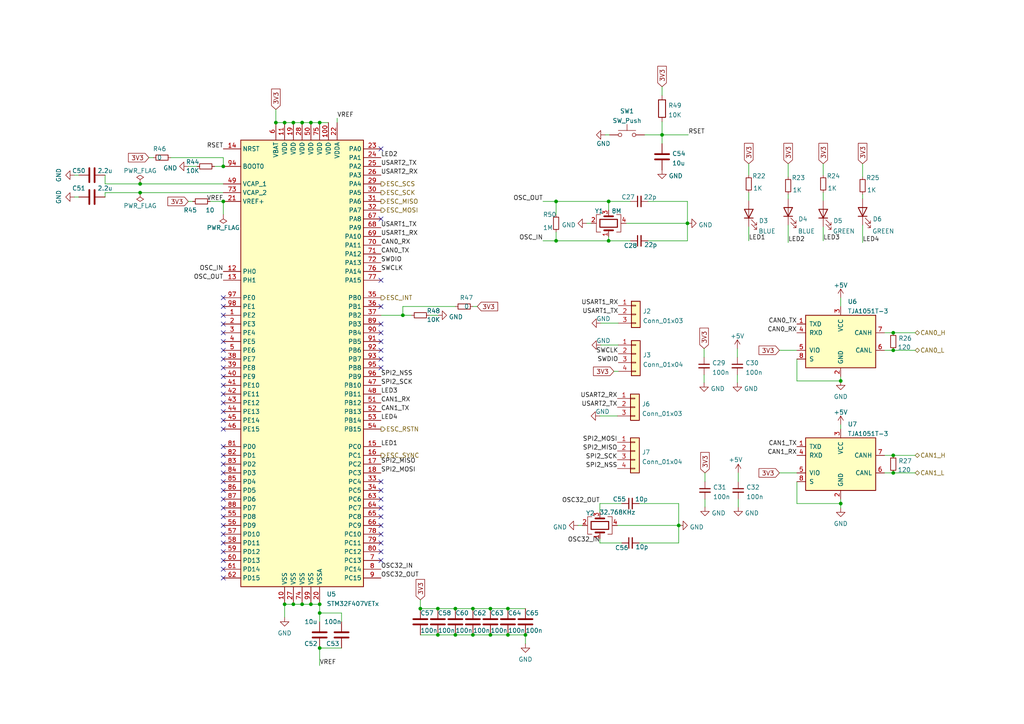
<source format=kicad_sch>
(kicad_sch (version 20230121) (generator eeschema)
  (paper "A4")
  (lib_symbols
    (symbol "Connector_Generic:Conn_01x03" (pin_names (offset 1.016) hide)
      (property "Reference" "J" (at 0 5.08 0))
      (property "Value" "Conn_01x03" (at 0 -5.08 0))
      (symbol "Conn_01x03_1_1"
        (rectangle (start -1.27 -2.413) (end 0 -2.667) (stroke (width 0.1524)))
        (rectangle (start -1.27 0.127) (end 0 -0.127) (stroke (width 0.1524)))
        (rectangle (start -1.27 2.667) (end 0 2.413) (stroke (width 0.1524)))
        (rectangle (start -1.27 3.81) (end 1.27 -3.81) (stroke (width 0.254)) (fill (type background)))
        (pin passive line (at -5.08 2.54 0) (length 3.81) (name "Pin_1") (number "1"))
        (pin passive line (at -5.08 0 0) (length 3.81) (name "Pin_2") (number "2"))
        (pin passive line (at -5.08 -2.54 0) (length 3.81) (name "Pin_3") (number "3"))
      )
    )
    (symbol "Connector_Generic:Conn_01x04" (pin_names (offset 1.016) hide)
      (property "Reference" "J" (at 0 5.08 0))
      (property "Value" "Conn_01x04" (at 0 -7.62 0))
      (symbol "Conn_01x04_1_1"
        (rectangle (start -1.27 -4.953) (end 0 -5.207) (stroke (width 0.1524)))
        (rectangle (start -1.27 -2.413) (end 0 -2.667) (stroke (width 0.1524)))
        (rectangle (start -1.27 0.127) (end 0 -0.127) (stroke (width 0.1524)))
        (rectangle (start -1.27 2.667) (end 0 2.413) (stroke (width 0.1524)))
        (rectangle (start -1.27 3.81) (end 1.27 -6.35) (stroke (width 0.254)) (fill (type background)))
        (pin passive line (at -5.08 2.54 0) (length 3.81) (name "Pin_1") (number "1"))
        (pin passive line (at -5.08 0 0) (length 3.81) (name "Pin_2") (number "2"))
        (pin passive line (at -5.08 -2.54 0) (length 3.81) (name "Pin_3") (number "3"))
        (pin passive line (at -5.08 -5.08 0) (length 3.81) (name "Pin_4") (number "4"))
      )
    )
    (symbol "Device:C" (pin_numbers hide) (pin_names (offset 0.254))
      (property "Reference" "C" (at 0.635 2.54 0))
      (property "Value" "C" (at 0.635 -2.54 0))
      (symbol "C_0_1"
        (polyline (pts (xy -2.032 -0.762) (xy 2.032 -0.762)) (stroke (width 0.508)))
        (polyline (pts (xy -2.032 0.762) (xy 2.032 0.762)) (stroke (width 0.508)))
      )
      (symbol "C_1_1"
        (pin passive line (at 0 3.81 270) (length 2.794) (name "~") (number "1"))
        (pin passive line (at 0 -3.81 90) (length 2.794) (name "~") (number "2"))
      )
    )
    (symbol "Device:C_Small" (pin_numbers hide) (pin_names (offset 0.254) hide)
      (property "Reference" "C" (at 0.254 1.778 0))
      (property "Value" "C_Small" (at 0.254 -2.032 0))
      (symbol "C_Small_0_1"
        (polyline (pts (xy -1.524 -0.508) (xy 1.524 -0.508)) (stroke (width 0.3302)))
        (polyline (pts (xy -1.524 0.508) (xy 1.524 0.508)) (stroke (width 0.3048)))
      )
      (symbol "C_Small_1_1"
        (pin passive line (at 0 2.54 270) (length 2.032) (name "~") (number "1"))
        (pin passive line (at 0 -2.54 90) (length 2.032) (name "~") (number "2"))
      )
    )
    (symbol "Device:Crystal_GND24" (pin_names (offset 1.016) hide)
      (property "Reference" "Y" (at 3.175 5.08 0))
      (property "Value" "Crystal_GND24" (at 3.175 3.175 0))
      (symbol "Crystal_GND24_0_1"
        (rectangle (start -1.143 2.54) (end 1.143 -2.54) (stroke (width 0.3048)))
        (polyline (pts (xy -2.54 0) (xy -2.032 0)))
        (polyline (pts (xy -2.032 -1.27) (xy -2.032 1.27)) (stroke (width 0.508)))
        (polyline (pts (xy 0 -3.81) (xy 0 -3.556)))
        (polyline (pts (xy 0 3.556) (xy 0 3.81)))
        (polyline (pts (xy 2.032 -1.27) (xy 2.032 1.27)) (stroke (width 0.508)))
        (polyline (pts (xy 2.032 0) (xy 2.54 0)))
        (polyline (pts (xy -2.54 -2.286) (xy -2.54 -3.556) (xy 2.54 -3.556) (xy 2.54 -2.286)))
        (polyline (pts (xy -2.54 2.286) (xy -2.54 3.556) (xy 2.54 3.556) (xy 2.54 2.286)))
      )
      (symbol "Crystal_GND24_1_1"
        (pin passive line (at -3.81 0 0) (length 1.27) (name "1") (number "1"))
        (pin passive line (at 0 5.08 270) (length 1.27) (name "2") (number "2"))
        (pin passive line (at 3.81 0 180) (length 1.27) (name "3") (number "3"))
        (pin passive line (at 0 -5.08 90) (length 1.27) (name "4") (number "4"))
      )
    )
    (symbol "Device:LED" (pin_numbers hide) (pin_names (offset 1.016) hide)
      (property "Reference" "D" (at 0 2.54 0))
      (property "Value" "LED" (at 0 -2.54 0))
      (symbol "LED_0_1"
        (polyline (pts (xy -1.27 -1.27) (xy -1.27 1.27)) (stroke (width 0.254)))
        (polyline (pts (xy -1.27 0) (xy 1.27 0)))
        (polyline (pts (xy 1.27 -1.27) (xy 1.27 1.27) (xy -1.27 0) (xy 1.27 -1.27)) (stroke (width 0.254)))
        (polyline (pts (xy -3.048 -0.762) (xy -4.572 -2.286) (xy -3.81 -2.286) (xy -4.572 -2.286) (xy -4.572 -1.524)))
        (polyline (pts (xy -1.778 -0.762) (xy -3.302 -2.286) (xy -2.54 -2.286) (xy -3.302 -2.286) (xy -3.302 -1.524)))
      )
      (symbol "LED_1_1"
        (pin passive line (at -3.81 0 0) (length 2.54) (name "K") (number "1"))
        (pin passive line (at 3.81 0 180) (length 2.54) (name "A") (number "2"))
      )
    )
    (symbol "Device:R" (pin_numbers hide) (pin_names (offset 0))
      (property "Reference" "R" (at 2.032 0 90))
      (property "Value" "R" (at 0 0 90))
      (symbol "R_0_1"
        (rectangle (start -1.016 -2.54) (end 1.016 2.54) (stroke (width 0.254)))
      )
      (symbol "R_1_1"
        (pin passive line (at 0 3.81 270) (length 1.27) (name "~") (number "1"))
        (pin passive line (at 0 -3.81 90) (length 1.27) (name "~") (number "2"))
      )
    )
    (symbol "Device:R_Small" (pin_numbers hide) (pin_names (offset 0.254) hide)
      (property "Reference" "R" (at 0.762 0.508 0))
      (property "Value" "R_Small" (at 0.762 -1.016 0))
      (symbol "R_Small_0_1"
        (rectangle (start -0.762 1.778) (end 0.762 -1.778) (stroke (width 0.2032)))
      )
      (symbol "R_Small_1_1"
        (pin passive line (at 0 2.54 270) (length 0.762) (name "~") (number "1"))
        (pin passive line (at 0 -2.54 90) (length 0.762) (name "~") (number "2"))
      )
    )
    (symbol "Interface_CAN_LIN:TJA1051T-3" (pin_names (offset 1.016))
      (property "Reference" "U" (at -10.16 8.89 0))
      (property "Value" "TJA1051T-3" (at 1.27 8.89 0))
      (symbol "TJA1051T-3_0_1"
        (rectangle (start -10.16 7.62) (end 10.16 -7.62) (stroke (width 0.254)) (fill (type background)))
      )
      (symbol "TJA1051T-3_1_1"
        (pin input line (at -12.7 5.08 0) (length 2.54) (name "TXD") (number "1"))
        (pin power_in line (at 0 -10.16 90) (length 2.54) (name "GND") (number "2"))
        (pin power_in line (at 0 10.16 270) (length 2.54) (name "VCC") (number "3"))
        (pin output line (at -12.7 2.54 0) (length 2.54) (name "RXD") (number "4"))
        (pin power_in line (at -12.7 -2.54 0) (length 2.54) (name "VIO") (number "5"))
        (pin bidirectional line (at 12.7 -2.54 180) (length 2.54) (name "CANL") (number "6"))
        (pin bidirectional line (at 12.7 2.54 180) (length 2.54) (name "CANH") (number "7"))
        (pin input line (at -12.7 -5.08 0) (length 2.54) (name "S") (number "8"))
      )
    )
    (symbol "MCU_ST_STM32F4:STM32F407VETx"
      (property "Reference" "U" (at -17.78 64.77 0))
      (property "Value" "STM32F407VETx" (at 12.7 64.77 0))
      (symbol "STM32F407VETx_0_1"
        (rectangle (start -17.78 -66.04) (end 17.78 63.5) (stroke (width 0.254)) (fill (type background)))
      )
      (symbol "STM32F407VETx_1_1"
        (pin bidirectional line (at -22.86 12.7 0) (length 5.08) (name "PE2") (number "1"))
        (pin power_in line (at -5.08 -71.12 90) (length 5.08) (name "VSS") (number "10"))
        (pin power_in line (at 7.62 68.58 270) (length 5.08) (name "VDD") (number "100"))
        (pin power_in line (at -5.08 68.58 270) (length 5.08) (name "VDD") (number "11"))
        (pin input line (at -22.86 25.4 0) (length 5.08) (name "PH0") (number "12"))
        (pin input line (at -22.86 22.86 0) (length 5.08) (name "PH1") (number "13"))
        (pin input line (at -22.86 60.96 0) (length 5.08) (name "NRST") (number "14"))
        (pin bidirectional line (at 22.86 -25.4 180) (length 5.08) (name "PC0") (number "15"))
        (pin bidirectional line (at 22.86 -27.94 180) (length 5.08) (name "PC1") (number "16"))
        (pin bidirectional line (at 22.86 -30.48 180) (length 5.08) (name "PC2") (number "17"))
        (pin bidirectional line (at 22.86 -33.02 180) (length 5.08) (name "PC3") (number "18"))
        (pin power_in line (at -2.54 68.58 270) (length 5.08) (name "VDD") (number "19"))
        (pin bidirectional line (at -22.86 10.16 0) (length 5.08) (name "PE3") (number "2"))
        (pin power_in line (at 5.08 -71.12 90) (length 5.08) (name "VSSA") (number "20"))
        (pin power_in line (at -22.86 45.72 0) (length 5.08) (name "VREF+") (number "21"))
        (pin power_in line (at 10.16 68.58 270) (length 5.08) (name "VDDA") (number "22"))
        (pin bidirectional line (at 22.86 60.96 180) (length 5.08) (name "PA0") (number "23"))
        (pin bidirectional line (at 22.86 58.42 180) (length 5.08) (name "PA1") (number "24"))
        (pin bidirectional line (at 22.86 55.88 180) (length 5.08) (name "PA2") (number "25"))
        (pin bidirectional line (at 22.86 53.34 180) (length 5.08) (name "PA3") (number "26"))
        (pin power_in line (at -2.54 -71.12 90) (length 5.08) (name "VSS") (number "27"))
        (pin power_in line (at 0 68.58 270) (length 5.08) (name "VDD") (number "28"))
        (pin bidirectional line (at 22.86 50.8 180) (length 5.08) (name "PA4") (number "29"))
        (pin bidirectional line (at -22.86 7.62 0) (length 5.08) (name "PE4") (number "3"))
        (pin bidirectional line (at 22.86 48.26 180) (length 5.08) (name "PA5") (number "30"))
        (pin bidirectional line (at 22.86 45.72 180) (length 5.08) (name "PA6") (number "31"))
        (pin bidirectional line (at 22.86 43.18 180) (length 5.08) (name "PA7") (number "32"))
        (pin bidirectional line (at 22.86 -35.56 180) (length 5.08) (name "PC4") (number "33"))
        (pin bidirectional line (at 22.86 -38.1 180) (length 5.08) (name "PC5") (number "34"))
        (pin bidirectional line (at 22.86 17.78 180) (length 5.08) (name "PB0") (number "35"))
        (pin bidirectional line (at 22.86 15.24 180) (length 5.08) (name "PB1") (number "36"))
        (pin bidirectional line (at 22.86 12.7 180) (length 5.08) (name "PB2") (number "37"))
        (pin bidirectional line (at -22.86 0 0) (length 5.08) (name "PE7") (number "38"))
        (pin bidirectional line (at -22.86 -2.54 0) (length 5.08) (name "PE8") (number "39"))
        (pin bidirectional line (at -22.86 5.08 0) (length 5.08) (name "PE5") (number "4"))
        (pin bidirectional line (at -22.86 -5.08 0) (length 5.08) (name "PE9") (number "40"))
        (pin bidirectional line (at -22.86 -7.62 0) (length 5.08) (name "PE10") (number "41"))
        (pin bidirectional line (at -22.86 -10.16 0) (length 5.08) (name "PE11") (number "42"))
        (pin bidirectional line (at -22.86 -12.7 0) (length 5.08) (name "PE12") (number "43"))
        (pin bidirectional line (at -22.86 -15.24 0) (length 5.08) (name "PE13") (number "44"))
        (pin bidirectional line (at -22.86 -17.78 0) (length 5.08) (name "PE14") (number "45"))
        (pin bidirectional line (at -22.86 -20.32 0) (length 5.08) (name "PE15") (number "46"))
        (pin bidirectional line (at 22.86 -7.62 180) (length 5.08) (name "PB10") (number "47"))
        (pin bidirectional line (at 22.86 -10.16 180) (length 5.08) (name "PB11") (number "48"))
        (pin power_in line (at -22.86 50.8 0) (length 5.08) (name "VCAP_1") (number "49"))
        (pin bidirectional line (at -22.86 2.54 0) (length 5.08) (name "PE6") (number "5"))
        (pin power_in line (at 2.54 68.58 270) (length 5.08) (name "VDD") (number "50"))
        (pin bidirectional line (at 22.86 -12.7 180) (length 5.08) (name "PB12") (number "51"))
        (pin bidirectional line (at 22.86 -15.24 180) (length 5.08) (name "PB13") (number "52"))
        (pin bidirectional line (at 22.86 -17.78 180) (length 5.08) (name "PB14") (number "53"))
        (pin bidirectional line (at 22.86 -20.32 180) (length 5.08) (name "PB15") (number "54"))
        (pin bidirectional line (at -22.86 -45.72 0) (length 5.08) (name "PD8") (number "55"))
        (pin bidirectional line (at -22.86 -48.26 0) (length 5.08) (name "PD9") (number "56"))
        (pin bidirectional line (at -22.86 -50.8 0) (length 5.08) (name "PD10") (number "57"))
        (pin bidirectional line (at -22.86 -53.34 0) (length 5.08) (name "PD11") (number "58"))
        (pin bidirectional line (at -22.86 -55.88 0) (length 5.08) (name "PD12") (number "59"))
        (pin power_in line (at -7.62 68.58 270) (length 5.08) (name "VBAT") (number "6"))
        (pin bidirectional line (at -22.86 -58.42 0) (length 5.08) (name "PD13") (number "60"))
        (pin bidirectional line (at -22.86 -60.96 0) (length 5.08) (name "PD14") (number "61"))
        (pin bidirectional line (at -22.86 -63.5 0) (length 5.08) (name "PD15") (number "62"))
        (pin bidirectional line (at 22.86 -40.64 180) (length 5.08) (name "PC6") (number "63"))
        (pin bidirectional line (at 22.86 -43.18 180) (length 5.08) (name "PC7") (number "64"))
        (pin bidirectional line (at 22.86 -45.72 180) (length 5.08) (name "PC8") (number "65"))
        (pin bidirectional line (at 22.86 -48.26 180) (length 5.08) (name "PC9") (number "66"))
        (pin bidirectional line (at 22.86 40.64 180) (length 5.08) (name "PA8") (number "67"))
        (pin bidirectional line (at 22.86 38.1 180) (length 5.08) (name "PA9") (number "68"))
        (pin bidirectional line (at 22.86 35.56 180) (length 5.08) (name "PA10") (number "69"))
        (pin bidirectional line (at 22.86 -58.42 180) (length 5.08) (name "PC13") (number "7"))
        (pin bidirectional line (at 22.86 33.02 180) (length 5.08) (name "PA11") (number "70"))
        (pin bidirectional line (at 22.86 30.48 180) (length 5.08) (name "PA12") (number "71"))
        (pin bidirectional line (at 22.86 27.94 180) (length 5.08) (name "PA13") (number "72"))
        (pin power_in line (at -22.86 48.26 0) (length 5.08) (name "VCAP_2") (number "73"))
        (pin power_in line (at 0 -71.12 90) (length 5.08) (name "VSS") (number "74"))
        (pin power_in line (at 5.08 68.58 270) (length 5.08) (name "VDD") (number "75"))
        (pin bidirectional line (at 22.86 25.4 180) (length 5.08) (name "PA14") (number "76"))
        (pin bidirectional line (at 22.86 22.86 180) (length 5.08) (name "PA15") (number "77"))
        (pin bidirectional line (at 22.86 -50.8 180) (length 5.08) (name "PC10") (number "78"))
        (pin bidirectional line (at 22.86 -53.34 180) (length 5.08) (name "PC11") (number "79"))
        (pin bidirectional line (at 22.86 -60.96 180) (length 5.08) (name "PC14") (number "8"))
        (pin bidirectional line (at 22.86 -55.88 180) (length 5.08) (name "PC12") (number "80"))
        (pin bidirectional line (at -22.86 -25.4 0) (length 5.08) (name "PD0") (number "81"))
        (pin bidirectional line (at -22.86 -27.94 0) (length 5.08) (name "PD1") (number "82"))
        (pin bidirectional line (at -22.86 -30.48 0) (length 5.08) (name "PD2") (number "83"))
        (pin bidirectional line (at -22.86 -33.02 0) (length 5.08) (name "PD3") (number "84"))
        (pin bidirectional line (at -22.86 -35.56 0) (length 5.08) (name "PD4") (number "85"))
        (pin bidirectional line (at -22.86 -38.1 0) (length 5.08) (name "PD5") (number "86"))
        (pin bidirectional line (at -22.86 -40.64 0) (length 5.08) (name "PD6") (number "87"))
        (pin bidirectional line (at -22.86 -43.18 0) (length 5.08) (name "PD7") (number "88"))
        (pin bidirectional line (at 22.86 10.16 180) (length 5.08) (name "PB3") (number "89"))
        (pin bidirectional line (at 22.86 -63.5 180) (length 5.08) (name "PC15") (number "9"))
        (pin bidirectional line (at 22.86 7.62 180) (length 5.08) (name "PB4") (number "90"))
        (pin bidirectional line (at 22.86 5.08 180) (length 5.08) (name "PB5") (number "91"))
        (pin bidirectional line (at 22.86 2.54 180) (length 5.08) (name "PB6") (number "92"))
        (pin bidirectional line (at 22.86 0 180) (length 5.08) (name "PB7") (number "93"))
        (pin input line (at -22.86 55.88 0) (length 5.08) (name "BOOT0") (number "94"))
        (pin bidirectional line (at 22.86 -2.54 180) (length 5.08) (name "PB8") (number "95"))
        (pin bidirectional line (at 22.86 -5.08 180) (length 5.08) (name "PB9") (number "96"))
        (pin bidirectional line (at -22.86 17.78 0) (length 5.08) (name "PE0") (number "97"))
        (pin bidirectional line (at -22.86 15.24 0) (length 5.08) (name "PE1") (number "98"))
        (pin power_in line (at 2.54 -71.12 90) (length 5.08) (name "VSS") (number "99"))
      )
    )
    (symbol "Switch:SW_Push" (pin_numbers hide) (pin_names (offset 1.016) hide)
      (property "Reference" "SW" (at 1.27 2.54 0))
      (property "Value" "SW_Push" (at 0 -1.524 0))
      (symbol "SW_Push_0_1"
        (circle (center -2.032 0) (radius 0.508))
        (polyline (pts (xy 0 1.27) (xy 0 3.048)))
        (polyline (pts (xy 2.54 1.27) (xy -2.54 1.27)))
        (circle (center 2.032 0) (radius 0.508))
        (pin passive line (at -5.08 0 0) (length 2.54) (name "1") (number "1"))
        (pin passive line (at 5.08 0 180) (length 2.54) (name "2") (number "2"))
      )
    )
    (symbol "power:+5V" (power) (pin_names (offset 0))
      (property "Value" "+5V" (at 0 3.556 0))
      (symbol "+5V_0_1"
        (polyline (pts (xy -0.762 1.27) (xy 0 2.54)))
        (polyline (pts (xy 0 0) (xy 0 2.54)))
        (polyline (pts (xy 0 2.54) (xy 0.762 1.27)))
      )
      (symbol "+5V_1_1"
        (pin power_in line (at 0 0 90) (length 0) hide (name "+5V") (number "1"))
      )
    )
    (symbol "power:GND" (power) (pin_names (offset 0))
      (property "Value" "GND" (at 0 -3.81 0))
      (symbol "GND_0_1"
        (polyline (pts (xy 0 0) (xy 0 -1.27) (xy 1.27 -1.27) (xy 0 -2.54) (xy -1.27 -1.27) (xy 0 -1.27)))
      )
      (symbol "GND_1_1"
        (pin power_in line (at 0 0 270) (length 0) hide (name "GND") (number "1"))
      )
    )
    (symbol "power:PWR_FLAG" (power) (pin_numbers hide) (pin_names (offset 0) hide)
      (property "Value" "PWR_FLAG" (at 0 3.81 0))
      (symbol "PWR_FLAG_0_0"
        (pin power_out line (at 0 0 90) (length 0) (name "pwr") (number "1"))
      )
      (symbol "PWR_FLAG_0_1"
        (polyline (pts (xy 0 0) (xy 0 1.27) (xy -1.016 1.905) (xy 0 2.54) (xy 1.016 1.905) (xy 0 1.27)))
      )
    )
  )
  (junction (at 64.77 58.42))
  (junction (at 259.08 137.16))
  (junction (at 196.85 152.4))
  (junction (at 176.53 69.85))
  (junction (at 137.16 184.15))
  (junction (at 40.64 53.34))
  (junction (at 90.17 175.26))
  (junction (at 116.84 91.44))
  (junction (at 87.63 175.26))
  (junction (at 80.01 35.56))
  (junction (at 132.08 176.53))
  (junction (at 90.17 35.56))
  (junction (at 92.71 187.96))
  (junction (at 161.29 69.85))
  (junction (at 127 184.15))
  (junction (at 40.64 55.88))
  (junction (at 137.16 176.53))
  (junction (at 92.71 177.8))
  (junction (at 92.71 35.56))
  (junction (at 82.55 35.56))
  (junction (at 161.29 58.42))
  (junction (at 64.77 48.26))
  (junction (at 243.84 110.49))
  (junction (at 243.84 146.05))
  (junction (at 85.09 175.26))
  (junction (at 259.08 132.08))
  (junction (at 199.39 64.77))
  (junction (at 121.92 176.53))
  (junction (at 192.024 39.116))
  (junction (at 92.71 175.26))
  (junction (at 259.08 101.6))
  (junction (at 142.24 176.53))
  (junction (at 259.08 96.52))
  (junction (at 85.09 35.56))
  (junction (at 127 176.53))
  (junction (at 82.55 175.26))
  (junction (at 147.32 176.53))
  (junction (at 176.53 58.42))
  (junction (at 152.4 184.15))
  (junction (at 147.32 184.15))
  (junction (at 142.24 184.15))
  (junction (at 132.08 184.15))
  (junction (at 87.63 35.56))
  (no_connect (at 110.49 88.9))
  (no_connect (at 110.49 81.28))
  (no_connect (at 110.49 43.18))
  (no_connect (at 64.77 139.7))
  (no_connect (at 64.77 137.16))
  (no_connect (at 64.77 134.62))
  (no_connect (at 64.77 132.08))
  (no_connect (at 64.77 129.54))
  (no_connect (at 64.77 124.46))
  (no_connect (at 64.77 121.92))
  (no_connect (at 64.77 119.38))
  (no_connect (at 64.77 116.84))
  (no_connect (at 64.77 114.3))
  (no_connect (at 64.77 111.76))
  (no_connect (at 64.77 109.22))
  (no_connect (at 64.77 106.68))
  (no_connect (at 64.77 104.14))
  (no_connect (at 64.77 101.6))
  (no_connect (at 64.77 86.36))
  (no_connect (at 64.77 99.06))
  (no_connect (at 64.77 96.52))
  (no_connect (at 64.77 93.98))
  (no_connect (at 64.77 91.44))
  (no_connect (at 64.77 88.9))
  (no_connect (at 110.49 147.32))
  (no_connect (at 110.49 149.86))
  (no_connect (at 110.49 152.4))
  (no_connect (at 110.49 154.94))
  (no_connect (at 110.49 157.48))
  (no_connect (at 110.49 160.02))
  (no_connect (at 110.49 162.56))
  (no_connect (at 64.77 154.94))
  (no_connect (at 64.77 152.4))
  (no_connect (at 64.77 149.86))
  (no_connect (at 64.77 147.32))
  (no_connect (at 64.77 144.78))
  (no_connect (at 64.77 142.24))
  (no_connect (at 110.49 139.7))
  (no_connect (at 110.49 142.24))
  (no_connect (at 110.49 144.78))
  (no_connect (at 110.49 101.6))
  (no_connect (at 110.49 104.14))
  (no_connect (at 110.49 106.68))
  (no_connect (at 110.49 93.98))
  (no_connect (at 110.49 96.52))
  (no_connect (at 110.49 99.06))
  (no_connect (at 64.77 167.64))
  (no_connect (at 64.77 165.1))
  (no_connect (at 64.77 162.56))
  (no_connect (at 64.77 160.02))
  (no_connect (at 64.77 157.48))
  (no_connect (at 110.49 63.5))
  (wire (pts (xy 192.024 39.116) (xy 199.644 39.116)))
  (wire (pts (xy 119.38 91.44) (xy 116.84 91.44)))
  (wire (pts (xy 127 184.15) (xy 132.08 184.15)))
  (wire (pts (xy 54.61 58.42) (xy 55.88 58.42)))
  (wire (pts (xy 80.01 35.56) (xy 82.55 35.56)))
  (wire (pts (xy 92.71 35.56) (xy 95.25 35.56)))
  (wire (pts (xy 228.6 56.388) (xy 228.6 57.658)))
  (wire (pts (xy 173.99 146.05) (xy 180.34 146.05)))
  (wire (pts (xy 231.14 110.49) (xy 243.84 110.49)))
  (wire (pts (xy 204.216 101.092) (xy 204.216 103.632)))
  (wire (pts (xy 217.17 47.498) (xy 217.17 50.8)))
  (wire (pts (xy 231.14 104.14) (xy 231.14 110.49)))
  (wire (pts (xy 64.77 45.72) (xy 64.77 48.26)))
  (wire (pts (xy 60.96 58.42) (xy 64.77 58.42)))
  (wire (pts (xy 259.08 96.52) (xy 265.43 96.52)))
  (wire (pts (xy 21.59 57.15) (xy 22.86 57.15)))
  (wire (pts (xy 92.71 175.26) (xy 92.71 177.8)))
  (wire (pts (xy 167.64 152.4) (xy 168.91 152.4)))
  (wire (pts (xy 161.29 69.85) (xy 176.53 69.85)))
  (wire (pts (xy 204.47 144.78) (xy 204.47 147.066)))
  (wire (pts (xy 161.29 58.42) (xy 161.29 62.23)))
  (wire (pts (xy 256.54 137.16) (xy 259.08 137.16)))
  (wire (pts (xy 185.42 157.48) (xy 196.85 157.48)))
  (wire (pts (xy 243.84 86.36) (xy 243.84 88.9)))
  (wire (pts (xy 92.71 177.8) (xy 92.71 180.34)))
  (wire (pts (xy 256.54 101.6) (xy 259.08 101.6)))
  (wire (pts (xy 179.07 152.4) (xy 196.85 152.4)))
  (wire (pts (xy 161.29 58.42) (xy 176.53 58.42)))
  (wire (pts (xy 256.54 132.08) (xy 259.08 132.08)))
  (wire (pts (xy 157.48 69.85) (xy 161.29 69.85)))
  (wire (pts (xy 259.08 137.16) (xy 265.43 137.16)))
  (wire (pts (xy 176.53 60.96) (xy 176.53 58.42)))
  (wire (pts (xy 127 91.44) (xy 124.46 91.44)))
  (wire (pts (xy 99.06 187.96) (xy 92.71 187.96)))
  (wire (pts (xy 137.16 184.15) (xy 142.24 184.15)))
  (wire (pts (xy 199.39 64.77) (xy 199.39 69.85)))
  (wire (pts (xy 127 176.53) (xy 132.08 176.53)))
  (wire (pts (xy 147.32 176.53) (xy 152.4 176.53)))
  (wire (pts (xy 147.32 184.15) (xy 152.4 184.15)))
  (wire (pts (xy 186.944 39.116) (xy 192.024 39.116)))
  (wire (pts (xy 256.54 96.52) (xy 259.08 96.52)))
  (wire (pts (xy 30.48 55.88) (xy 30.48 57.15)))
  (wire (pts (xy 137.16 176.53) (xy 142.24 176.53)))
  (wire (pts (xy 49.53 45.72) (xy 64.77 45.72)))
  (wire (pts (xy 178.054 107.696) (xy 179.324 107.696)))
  (wire (pts (xy 92.71 177.8) (xy 99.06 177.8)))
  (wire (pts (xy 80.01 31.75) (xy 80.01 35.56)))
  (wire (pts (xy 157.48 58.42) (xy 161.29 58.42)))
  (wire (pts (xy 204.216 108.712) (xy 204.216 110.998)))
  (wire (pts (xy 250.19 47.498) (xy 250.19 51.308)))
  (wire (pts (xy 121.92 176.53) (xy 127 176.53)))
  (wire (pts (xy 175.514 39.116) (xy 176.784 39.116)))
  (wire (pts (xy 176.53 58.42) (xy 182.88 58.42)))
  (wire (pts (xy 64.77 55.88) (xy 40.64 55.88)))
  (wire (pts (xy 90.17 175.26) (xy 87.63 175.26)))
  (wire (pts (xy 250.19 56.388) (xy 250.19 57.658)))
  (wire (pts (xy 132.08 184.15) (xy 137.16 184.15)))
  (wire (pts (xy 30.48 53.34) (xy 40.64 53.34)))
  (wire (pts (xy 196.85 152.4) (xy 196.85 157.48)))
  (wire (pts (xy 173.99 148.59) (xy 173.99 146.05)))
  (wire (pts (xy 185.42 146.05) (xy 196.85 146.05)))
  (wire (pts (xy 213.868 101.092) (xy 213.868 103.632)))
  (wire (pts (xy 243.84 123.19) (xy 243.84 124.46)))
  (wire (pts (xy 173.99 156.21) (xy 173.99 157.48)))
  (wire (pts (xy 204.47 137.16) (xy 204.47 139.7)))
  (wire (pts (xy 85.09 175.26) (xy 82.55 175.26)))
  (wire (pts (xy 259.08 132.08) (xy 265.43 132.08)))
  (wire (pts (xy 196.85 146.05) (xy 196.85 152.4)))
  (wire (pts (xy 226.06 101.6) (xy 231.14 101.6)))
  (wire (pts (xy 90.17 35.56) (xy 92.71 35.56)))
  (wire (pts (xy 213.868 108.712) (xy 213.868 110.998)))
  (wire (pts (xy 116.84 88.9) (xy 116.84 91.44)))
  (wire (pts (xy 132.08 176.53) (xy 137.16 176.53)))
  (wire (pts (xy 90.17 175.26) (xy 92.71 175.26)))
  (wire (pts (xy 92.71 187.96) (xy 92.71 193.04)))
  (wire (pts (xy 99.06 177.8) (xy 99.06 180.34)))
  (wire (pts (xy 243.84 146.05) (xy 243.84 147.32)))
  (wire (pts (xy 228.6 65.278) (xy 228.6 70.358)))
  (wire (pts (xy 250.19 65.278) (xy 250.19 70.358)))
  (wire (pts (xy 54.61 48.26) (xy 57.15 48.26)))
  (wire (pts (xy 110.49 91.44) (xy 116.84 91.44)))
  (wire (pts (xy 231.14 139.7) (xy 231.14 146.05)))
  (wire (pts (xy 187.96 69.85) (xy 199.39 69.85)))
  (wire (pts (xy 85.09 35.56) (xy 87.63 35.56)))
  (wire (pts (xy 217.17 65.786) (xy 217.17 69.85)))
  (wire (pts (xy 30.48 53.34) (xy 30.48 50.8)))
  (wire (pts (xy 142.24 184.15) (xy 147.32 184.15)))
  (wire (pts (xy 187.96 58.42) (xy 199.39 58.42)))
  (wire (pts (xy 231.14 146.05) (xy 243.84 146.05)))
  (wire (pts (xy 82.55 35.56) (xy 85.09 35.56)))
  (wire (pts (xy 192.024 35.306) (xy 192.024 39.116)))
  (wire (pts (xy 161.29 67.31) (xy 161.29 69.85)))
  (wire (pts (xy 176.53 68.58) (xy 176.53 69.85)))
  (wire (pts (xy 243.84 144.78) (xy 243.84 146.05)))
  (wire (pts (xy 174.244 100.076) (xy 179.324 100.076)))
  (wire (pts (xy 173.99 157.48) (xy 180.34 157.48)))
  (wire (pts (xy 181.61 64.77) (xy 199.39 64.77)))
  (wire (pts (xy 238.76 65.786) (xy 238.76 69.85)))
  (wire (pts (xy 192.024 39.116) (xy 192.024 41.656)))
  (wire (pts (xy 217.17 55.88) (xy 217.17 58.166)))
  (wire (pts (xy 228.6 47.498) (xy 228.6 51.308)))
  (wire (pts (xy 214.122 144.78) (xy 214.122 147.066)))
  (wire (pts (xy 152.4 184.15) (xy 152.4 186.69)))
  (wire (pts (xy 62.23 48.26) (xy 64.77 48.26)))
  (wire (pts (xy 238.76 47.498) (xy 238.76 50.8)))
  (wire (pts (xy 170.18 64.77) (xy 171.45 64.77)))
  (wire (pts (xy 87.63 175.26) (xy 85.09 175.26)))
  (wire (pts (xy 97.79 34.29) (xy 97.79 35.56)))
  (wire (pts (xy 173.99 120.65) (xy 179.07 120.65)))
  (wire (pts (xy 121.92 173.99) (xy 121.92 176.53)))
  (wire (pts (xy 214.122 137.16) (xy 214.122 139.7)))
  (wire (pts (xy 243.84 109.22) (xy 243.84 110.49)))
  (wire (pts (xy 259.08 101.6) (xy 265.43 101.6)))
  (wire (pts (xy 121.92 184.15) (xy 127 184.15)))
  (wire (pts (xy 87.63 35.56) (xy 90.17 35.56)))
  (wire (pts (xy 21.59 50.8) (xy 22.86 50.8)))
  (wire (pts (xy 82.55 175.26) (xy 82.55 179.07)))
  (wire (pts (xy 138.43 88.9) (xy 137.16 88.9)))
  (wire (pts (xy 64.77 58.42) (xy 64.77 62.23)))
  (wire (pts (xy 43.18 45.72) (xy 44.45 45.72)))
  (wire (pts (xy 174.244 93.726) (xy 179.324 93.726)))
  (wire (pts (xy 238.76 55.88) (xy 238.76 58.166)))
  (wire (pts (xy 40.64 55.88) (xy 30.48 55.88)))
  (wire (pts (xy 132.08 88.9) (xy 116.84 88.9)))
  (wire (pts (xy 176.53 69.85) (xy 182.88 69.85)))
  (wire (pts (xy 142.24 176.53) (xy 147.32 176.53)))
  (wire (pts (xy 40.64 53.34) (xy 64.77 53.34)))
  (wire (pts (xy 199.39 58.42) (xy 199.39 64.77)))
  (wire (pts (xy 226.06 137.16) (xy 231.14 137.16)))
  (wire (pts (xy 192.024 25.146) (xy 192.024 27.686)))
  (label "OSC_OUT" (at 157.48 58.42 180))
  (label "SWCLK" (at 110.49 78.74 0))
  (label "LED4" (at 250.19 70.358 0))
  (label "LED2" (at 228.6 70.358 0))
  (label "USART2_RX" (at 179.07 115.57 180))
  (label "USART1_RX" (at 179.324 88.646 180))
  (label "OSC_IN" (at 157.48 69.85 180))
  (label "SPI2_MOSI" (at 110.49 137.16 0))
  (label "CAN0_RX" (at 231.14 96.52 180))
  (label "OSC32_IN" (at 173.99 157.48 180))
  (label "SPI2_SCK" (at 110.49 111.76 0))
  (label "SPI2_MOSI" (at 179.07 128.27 180))
  (label "USART1_TX" (at 179.324 91.186 180))
  (label "SPI2_MISO" (at 179.07 130.81 180))
  (label "USART1_TX" (at 110.49 66.04 0))
  (label "LED3" (at 238.76 69.85 0))
  (label "USART1_RX" (at 110.49 68.58 0))
  (label "LED4" (at 110.49 121.92 0))
  (label "CAN0_TX" (at 110.49 73.66 0))
  (label "USART2_TX" (at 179.07 118.11 180))
  (label "OSC32_OUT" (at 110.49 167.64 0))
  (label "SPI2_SCK" (at 179.07 133.35 180))
  (label "RSET" (at 199.644 39.116 0))
  (label "LED1" (at 110.49 129.54 0))
  (label "SPI2_NSS" (at 110.49 109.22 0))
  (label "CAN0_RX" (at 110.49 71.12 0))
  (label "SWCLK" (at 179.324 102.616 180))
  (label "LED3" (at 110.49 114.3 0))
  (label "USART2_RX" (at 110.49 50.8 0))
  (label "LED2" (at 110.49 45.72 0))
  (label "USART2_TX" (at 110.49 48.26 0))
  (label "LED1" (at 217.17 69.85 0))
  (label "CAN1_TX" (at 231.14 129.54 180))
  (label "SWDIO" (at 179.324 105.156 180))
  (label "OSC_IN" (at 64.77 78.74 180))
  (label "CAN1_RX" (at 110.49 116.84 0))
  (label "RSET" (at 64.77 43.18 180))
  (label "SWDIO" (at 110.49 76.2 0))
  (label "OSC32_IN" (at 110.49 165.1 0))
  (label "OSC32_OUT" (at 173.99 146.05 180))
  (label "CAN1_TX" (at 110.49 119.38 0))
  (label "CAN0_TX" (at 231.14 93.98 180))
  (label "VREF" (at 92.71 193.04 0))
  (label "VREF" (at 97.79 34.29 0))
  (label "VREF" (at 64.77 58.42 180))
  (label "CAN1_RX" (at 231.14 132.08 180))
  (label "OSC_OUT" (at 64.77 81.28 180))
  (label "SPI2_NSS" (at 179.07 135.89 180))
  (label "SPI2_MISO" (at 110.49 134.62 0))
  (global_label "3V3" (shape input) (at 238.76 47.498 90) (property "Intersheetrefs" "${INTERSHEET_REFS}" (effects hide)))
  (global_label "3V3" (shape input) (at 217.17 47.498 90) (property "Intersheetrefs" "${INTERSHEET_REFS}" (effects hide)))
  (global_label "3V3" (shape input) (at 226.06 101.6 180) (property "Intersheetrefs" "${INTERSHEET_REFS}" (effects hide)))
  (global_label "3V3" (shape input) (at 204.216 101.092 90) (property "Intersheetrefs" "${INTERSHEET_REFS}" (effects hide)))
  (global_label "3V3" (shape input) (at 226.06 137.16 180) (property "Intersheetrefs" "${INTERSHEET_REFS}" (effects hide)))
  (global_label "3V3" (shape input) (at 43.18 45.72 180) (property "Intersheetrefs" "${INTERSHEET_REFS}" (effects hide)))
  (global_label "3V3" (shape input) (at 192.024 25.146 90) (property "Intersheetrefs" "${INTERSHEET_REFS}" (effects hide)))
  (global_label "3V3" (shape input) (at 204.47 137.16 90) (property "Intersheetrefs" "${INTERSHEET_REFS}" (effects hide)))
  (global_label "3V3" (shape input) (at 54.61 58.42 180) (property "Intersheetrefs" "${INTERSHEET_REFS}" (effects hide)))
  (global_label "3V3" (shape input) (at 138.43 88.9 0) (property "Intersheetrefs" "${INTERSHEET_REFS}" (effects hide)))
  (global_label "3V3" (shape input) (at 80.01 31.75 90) (property "Intersheetrefs" "${INTERSHEET_REFS}" (effects hide)))
  (global_label "3V3" (shape input) (at 228.6 47.498 90) (property "Intersheetrefs" "${INTERSHEET_REFS}" (effects hide)))
  (global_label "3V3" (shape input) (at 178.054 107.696 180) (property "Intersheetrefs" "${INTERSHEET_REFS}" (effects hide)))
  (global_label "3V3" (shape input) (at 121.92 173.99 90) (property "Intersheetrefs" "${INTERSHEET_REFS}" (effects hide)))
  (global_label "3V3" (shape input) (at 250.19 47.498 90) (property "Intersheetrefs" "${INTERSHEET_REFS}" (effects hide)))
  (hierarchical_label "ESC_MOSI" (shape output) (at 110.49 60.96 0))
  (hierarchical_label "CAN1_L" (shape bidirectional) (at 265.43 137.16 0))
  (hierarchical_label "CAN0_L" (shape bidirectional) (at 265.43 101.6 0))
  (hierarchical_label "ESC_SYNC" (shape output) (at 110.49 132.08 0))
  (hierarchical_label "ESC_RSTN" (shape output) (at 110.49 124.46 0))
  (hierarchical_label "CAN0_H" (shape bidirectional) (at 265.43 96.52 0))
  (hierarchical_label "CAN1_H" (shape bidirectional) (at 265.43 132.08 0))
  (hierarchical_label "ESC_INT" (shape output) (at 110.49 86.36 0))
  (hierarchical_label "ESC_MISO" (shape output) (at 110.49 58.42 0))
  (hierarchical_label "ESC_SCK" (shape output) (at 110.49 55.88 0))
  (hierarchical_label "ESC_SCS" (shape output) (at 110.49 53.34 0))
  (symbol (lib_id "power:GND") (at 82.55 179.07 0) (unit 1)
    (property "Reference" "#PWR0145" (effects hide))
    (property "Value" "GND" (at 82.55 183.6325 0))
  )
  (symbol (lib_id "power:GND") (at 21.59 57.15 270) (unit 1)
    (property "Reference" "#PWR0191" (effects hide))
    (property "Value" "GND" (at 17.0275 57.15 0))
  )
  (symbol (lib_id "Device:C") (at 26.67 50.8 90) (unit 1)
    (property "Reference" "C50" (at 22.86 49.53 90))
    (property "Value" "2.2u" (at 30.48 49.53 90))
    (property "Footprint" "Capacitor_SMD:C_0603_1608Metric" (effects hide))
  )
  (symbol (lib_id "Device:C_Small") (at 213.868 106.172 0) (unit 1)
    (property "Reference" "C30" (at 216.1921 105.2698 0) (effects (justify left)))
    (property "Value" "100n" (at 216.1921 108.0449 0) (effects (justify left)))
    (property "Footprint" "Capacitor_SMD:C_0603_1608Metric" (effects hide))
  )
  (symbol (lib_id "Device:LED") (at 238.76 61.976 90) (unit 1)
    (property "Reference" "D5" (at 241.681 64.0425 90) (effects (justify right)))
    (property "Value" "GREEN" (at 241.554 67.056 90) (effects (justify right)))
    (property "Footprint" "LED_SMD:LED_0603_1608Metric" (effects hide))
  )
  (symbol (lib_id "Device:R_Small") (at 259.08 99.06 0) (unit 1)
    (property "Reference" "R26" (at 260.5786 98.1515 0) (effects (justify left)))
    (property "Value" "120" (at 260.35 100.711 0) (effects (justify left)))
    (property "Footprint" "Resistor_SMD:R_0603_1608Metric" (effects hide))
  )
  (symbol (lib_id "power:GND") (at 175.514 39.116 270) (unit 1)
    (property "Reference" "#PWR0195" (effects hide))
    (property "Value" "GND" (at 172.974 41.656 90) (effects (justify left)))
  )
  (symbol (lib_id "power:GND") (at 174.244 100.076 270) (unit 1)
    (property "Reference" "#PWR0152" (effects hide))
    (property "Value" "GND" (at 172.974 98.806 90) (effects (justify left)))
  )
  (symbol (lib_id "Device:LED") (at 228.6 61.468 90) (unit 1)
    (property "Reference" "D4" (at 231.521 63.5345 90) (effects (justify right)))
    (property "Value" "BLUE" (at 231.394 67.056 90) (effects (justify right)))
    (property "Footprint" "LED_SMD:LED_0603_1608Metric" (effects hide))
  )
  (symbol (lib_id "power:PWR_FLAG") (at 40.64 55.88 180) (unit 1)
    (property "Reference" "#FLG0111" (effects hide))
    (property "Value" "PWR_FLAG" (at 40.64 59.69 0))
  )
  (symbol (lib_id "Device:C_Small") (at 185.42 69.85 90) (unit 1)
    (property "Reference" "C28" (at 182.88 71.247 90))
    (property "Value" "22p" (at 188.722 70.993 90))
    (property "Footprint" "Capacitor_SMD:C_0603_1608Metric" (effects hide))
  )
  (symbol (lib_id "Connector_Generic:Conn_01x04") (at 184.15 130.81 0) (unit 1)
    (property "Reference" "J7" (at 186.182 131.1715 0) (effects (justify left)))
    (property "Value" "Conn_01x04" (at 186.182 133.9466 0) (effects (justify left)))
    (property "Footprint" "Connector_JST:JST_GH_SM04B-GHS-TB_1x04-1MP_P1.25mm_Horizontal" (effects hide))
  )
  (symbol (lib_id "power:+5V") (at 243.84 86.36 0) (unit 1)
    (property "Reference" "#PWR0159" (effects hide))
    (property "Value" "+5V" (at 243.84 82.7555 0))
  )
  (symbol (lib_id "Device:LED") (at 217.17 61.976 90) (unit 1)
    (property "Reference" "D3" (at 220.091 64.0425 90) (effects (justify right)))
    (property "Value" "BLUE" (at 219.964 67.056 90) (effects (justify right)))
    (property "Footprint" "LED_SMD:LED_0603_1608Metric" (effects hide))
  )
  (symbol (lib_id "Device:R_Small") (at 121.92 91.44 270) (mirror x) (unit 1)
    (property "Reference" "R48" (at 125.73 90.17 90))
    (property "Value" "10K" (at 125.73 92.71 90))
    (property "Footprint" "Resistor_SMD:R_0603_1608Metric" (effects hide))
  )
  (symbol (lib_id "Device:C_Small") (at 182.88 157.48 90) (unit 1)
    (property "Reference" "C56" (at 180.34 158.877 90))
    (property "Value" "10p" (at 186.182 158.623 90))
    (property "Footprint" "Capacitor_SMD:C_0603_1608Metric" (effects hide))
  )
  (symbol (lib_id "power:PWR_FLAG") (at 64.77 62.23 180) (unit 1)
    (property "Reference" "#FLG0113" (effects hide))
    (property "Value" "PWR_FLAG" (at 64.77 66.04 0))
  )
  (symbol (lib_id "Device:C") (at 132.08 180.34 0) (unit 1)
    (property "Reference" "C60" (at 132.08 177.8 0) (effects (justify left)))
    (property "Value" "100n" (at 132.08 182.88 0) (effects (justify left)))
    (property "Footprint" "Capacitor_SMD:C_0603_1608Metric" (effects hide))
  )
  (symbol (lib_id "Device:C") (at 99.06 184.15 180) (unit 1)
    (property "Reference" "C53" (at 96.52 186.69 0))
    (property "Value" "100n" (at 96.52 180.34 0))
    (property "Footprint" "Capacitor_SMD:C_0603_1608Metric" (effects hide))
  )
  (symbol (lib_id "Interface_CAN_LIN:TJA1051T-3") (at 243.84 99.06 0) (unit 1)
    (property "Reference" "U6" (at 245.8594 87.4735 0) (effects (justify left)))
    (property "Value" "TJA1051T-3" (at 245.8594 90.2486 0) (effects (justify left)))
    (property "Footprint" "Package_SO:SOIC-8_3.9x4.9mm_P1.27mm" (effects hide))
    (property "Datasheet" "http://www.nxp.com/documents/data_sheet/TJA1051.pdf" (effects hide))
  )
  (symbol (lib_id "power:+5V") (at 214.122 137.16 0) (unit 1)
    (property "Reference" "#PWR0148" (effects hide))
    (property "Value" "+5V" (at 213.36 133.35 0))
  )
  (symbol (lib_id "power:GND") (at 199.39 64.77 90) (unit 1)
    (property "Reference" "#PWR0156" (effects hide))
    (property "Value" "GND" (at 202.565 65.249 90) (effects (justify right)))
  )
  (symbol (lib_id "Connector_Generic:Conn_01x03") (at 184.404 91.186 0) (unit 1)
    (property "Reference" "J2" (at 186.436 90.2775 0) (effects (justify left)))
    (property "Value" "Conn_01x03" (at 186.436 93.0526 0) (effects (justify left)))
    (property "Footprint" "Connector_JST:JST_GH_SM03B-GHS-TB_1x03-1MP_P1.25mm_Horizontal" (effects hide))
  )
  (symbol (lib_id "Device:C_Small") (at 204.47 142.24 0) (unit 1)
    (property "Reference" "C31" (at 206.7941 141.3378 0) (effects (justify left)))
    (property "Value" "100n" (at 206.7941 144.1129 0) (effects (justify left)))
    (property "Footprint" "Capacitor_SMD:C_0603_1608Metric" (effects hide))
  )
  (symbol (lib_id "Device:C_Small") (at 185.42 58.42 90) (unit 1)
    (property "Reference" "C27" (at 184.15 57.15 90) (effects (justify left)))
    (property "Value" "22p" (at 186.69 57.15 90) (effects (justify right)))
    (property "Footprint" "Capacitor_SMD:C_0603_1608Metric" (effects hide))
  )
  (symbol (lib_id "Device:C") (at 147.32 180.34 0) (unit 1)
    (property "Reference" "C64" (at 147.32 177.8 0) (effects (justify left)))
    (property "Value" "100n" (at 147.32 182.88 0) (effects (justify left)))
    (property "Footprint" "Capacitor_SMD:C_0603_1608Metric" (effects hide))
  )
  (symbol (lib_id "Interface_CAN_LIN:TJA1051T-3") (at 243.84 134.62 0) (unit 1)
    (property "Reference" "U7" (at 245.8594 123.0335 0) (effects (justify left)))
    (property "Value" "TJA1051T-3" (at 245.8594 125.8086 0) (effects (justify left)))
    (property "Footprint" "Package_SO:SOIC-8_3.9x4.9mm_P1.27mm" (effects hide))
    (property "Datasheet" "http://www.nxp.com/documents/data_sheet/TJA1051.pdf" (effects hide))
  )
  (symbol (lib_id "Device:R_Small") (at 46.99 45.72 270) (unit 1)
    (property "Reference" "R46" (at 48.26 43.18 90) (effects (justify right)))
    (property "Value" "0" (at 46.99 45.72 90) (effects (justify right)))
    (property "Footprint" "Resistor_SMD:R_0603_1608Metric" (effects hide))
  )
  (symbol (lib_id "Device:C") (at 137.16 180.34 0) (unit 1)
    (property "Reference" "C62" (at 137.16 177.8 0) (effects (justify left)))
    (property "Value" "100n" (at 137.16 182.88 0) (effects (justify left)))
    (property "Footprint" "Capacitor_SMD:C_0603_1608Metric" (effects hide))
  )
  (symbol (lib_id "power:+5V") (at 213.868 101.092 0) (unit 1)
    (property "Reference" "#PWR0150" (effects hide))
    (property "Value" "+5V" (at 213.868 97.4875 0))
  )
  (symbol (lib_id "power:GND") (at 170.18 64.77 270) (unit 1)
    (property "Reference" "#PWR0157" (effects hide))
    (property "Value" "GND" (at 167.0051 65.249 90) (effects (justify right)))
  )
  (symbol (lib_id "Device:C") (at 152.4 180.34 0) (unit 1)
    (property "Reference" "C65" (at 152.4 177.8 0) (effects (justify left)))
    (property "Value" "100n" (at 152.4 182.88 0) (effects (justify left)))
    (property "Footprint" "Capacitor_SMD:C_0603_1608Metric" (effects hide))
  )
  (symbol (lib_id "Device:C") (at 26.67 57.15 90) (unit 1)
    (property "Reference" "C51" (at 22.86 54.61 90))
    (property "Value" "2.2u" (at 30.48 54.61 90))
    (property "Footprint" "Capacitor_SMD:C_0603_1608Metric" (effects hide))
  )
  (symbol (lib_id "MCU_ST_STM32F4:STM32F407VETx") (at 87.63 104.14 0) (unit 1)
    (property "Reference" "U5" (at 94.7294 172.3295 0) (effects (justify left)))
    (property "Value" "STM32F407VETx" (at 94.7294 175.1046 0) (effects (justify left)))
    (property "Footprint" "Package_QFP:LQFP-100_14x14mm_P0.5mm" (effects hide))
    (property "Datasheet" "http://www.st.com/st-web-ui/static/active/en/resource/technical/document/datasheet/DM00037051.pdf" (effects hide))
  )
  (symbol (lib_id "Device:R_Small") (at 59.69 48.26 90) (unit 1)
    (property "Reference" "R44" (at 55.88 46.99 90))
    (property "Value" "10K" (at 55.88 49.53 90))
    (property "Footprint" "Resistor_SMD:R_0603_1608Metric" (effects hide))
  )
  (symbol (lib_id "Device:LED") (at 250.19 61.468 90) (unit 1)
    (property "Reference" "D6" (at 253.111 63.5345 90) (effects (justify right)))
    (property "Value" "GREEN" (at 252.984 67.056 90) (effects (justify right)))
    (property "Footprint" "LED_SMD:LED_0603_1608Metric" (effects hide))
  )
  (symbol (lib_id "Device:R") (at 192.024 31.496 0) (unit 1)
    (property "Reference" "R49" (at 193.802 30.5875 0) (effects (justify left)))
    (property "Value" "10K" (at 193.802 33.3626 0) (effects (justify left)))
    (property "Footprint" "Resistor_SMD:R_0603_1608Metric" (effects hide))
  )
  (symbol (lib_id "power:GND") (at 21.59 50.8 270) (unit 1)
    (property "Reference" "#PWR0151" (effects hide))
    (property "Value" "GND" (at 17.0275 50.8 0))
  )
  (symbol (lib_id "power:GND") (at 243.84 110.49 0) (unit 1)
    (property "Reference" "#PWR0141" (effects hide))
    (property "Value" "GND" (at 243.84 115.0525 0))
  )
  (symbol (lib_id "Device:R_Small") (at 161.29 64.77 180) (unit 1)
    (property "Reference" "R50" (at 157.48 62.23 0) (effects (justify right)))
    (property "Value" "1M" (at 157.48 66.04 0) (effects (justify right)))
    (property "Footprint" "Resistor_SMD:R_0603_1608Metric" (effects hide))
  )
  (symbol (lib_id "Device:R_Small") (at 250.19 53.848 180) (unit 1)
    (property "Reference" "R25" (at 251.206 51.562 0) (effects (justify right)))
    (property "Value" "1K" (at 251.46 55.118 0) (effects (justify right)))
    (property "Footprint" "Resistor_SMD:R_0603_1608Metric" (effects hide))
  )
  (symbol (lib_id "power:PWR_FLAG") (at 40.64 53.34 0) (unit 1)
    (property "Reference" "#FLG0112" (effects hide))
    (property "Value" "PWR_FLAG" (at 40.64 49.53 0))
  )
  (symbol (lib_id "Device:C_Small") (at 204.216 106.172 0) (unit 1)
    (property "Reference" "C29" (at 206.5401 105.2698 0) (effects (justify left)))
    (property "Value" "100n" (at 206.5401 108.0449 0) (effects (justify left)))
    (property "Footprint" "Capacitor_SMD:C_0603_1608Metric" (effects hide))
  )
  (symbol (lib_id "power:GND") (at 152.4 186.69 0) (unit 1)
    (property "Reference" "#PWR0101" (effects hide))
    (property "Value" "GND" (at 152.4 191.2525 0))
  )
  (symbol (lib_id "Device:C") (at 121.92 180.34 0) (unit 1)
    (property "Reference" "C57" (at 121.92 177.8 0) (effects (justify left)))
    (property "Value" "100n" (at 121.92 182.88 0) (effects (justify left)))
    (property "Footprint" "Capacitor_SMD:C_0603_1608Metric" (effects hide))
  )
  (symbol (lib_id "Connector_Generic:Conn_01x03") (at 184.15 118.11 0) (unit 1)
    (property "Reference" "J6" (at 186.182 117.2015 0) (effects (justify left)))
    (property "Value" "Conn_01x03" (at 186.182 119.9766 0) (effects (justify left)))
    (property "Footprint" "Connector_JST:JST_GH_SM03B-GHS-TB_1x03-1MP_P1.25mm_Horizontal" (effects hide))
  )
  (symbol (lib_id "Device:R_Small") (at 238.76 53.34 180) (unit 1)
    (property "Reference" "R24" (at 239.776 51.054 0) (effects (justify right)))
    (property "Value" "1K" (at 240.03 54.61 0) (effects (justify right)))
    (property "Footprint" "Resistor_SMD:R_0603_1608Metric" (effects hide))
  )
  (symbol (lib_id "Device:R_Small") (at 58.42 58.42 270) (unit 1)
    (property "Reference" "R45" (at 57.15 60.96 90) (effects (justify right)))
    (property "Value" "10" (at 62.23 60.96 90) (effects (justify right)))
    (property "Footprint" "Resistor_SMD:R_0603_1608Metric" (effects hide))
  )
  (symbol (lib_id "Device:R_Small") (at 134.62 88.9 90) (mirror x) (unit 1)
    (property "Reference" "R47" (at 133.35 86.36 90) (effects (justify right)))
    (property "Value" "0" (at 134.62 88.9 90) (effects (justify right)))
    (property "Footprint" "Resistor_SMD:R_0603_1608Metric" (effects hide))
  )
  (symbol (lib_id "Device:C") (at 127 180.34 0) (unit 1)
    (property "Reference" "C58" (at 127 177.8 0) (effects (justify left)))
    (property "Value" "100n" (at 127 182.88 0) (effects (justify left)))
    (property "Footprint" "Capacitor_SMD:C_0603_1608Metric" (effects hide))
  )
  (symbol (lib_id "Device:Crystal_GND24") (at 173.99 152.4 90) (unit 1)
    (property "Reference" "Y2" (at 171.196 148.844 90))
    (property "Value" "32.768KHz" (at 179.07 148.59 90))
    (property "Footprint" "Crystal:Crystal_SMD_3225-4Pin_3.2x2.5mm" (effects hide))
  )
  (symbol (lib_id "Device:Crystal_GND24") (at 176.53 64.77 90) (unit 1)
    (property "Reference" "Y1" (at 173.736 61.214 90))
    (property "Value" "8M" (at 178.816 61.214 90))
    (property "Footprint" "Crystal:Crystal_SMD_3225-4Pin_3.2x2.5mm" (effects hide))
  )
  (symbol (lib_id "power:GND") (at 127 91.44 90) (mirror x) (unit 1)
    (property "Reference" "#PWR0192" (effects hide))
    (property "Value" "GND" (at 130.1749 91.919 90) (effects (justify right)))
  )
  (symbol (lib_id "power:GND") (at 173.99 120.65 270) (unit 1)
    (property "Reference" "#PWR0193" (effects hide))
    (property "Value" "GND" (at 172.72 119.38 90) (effects (justify left)))
  )
  (symbol (lib_id "power:GND") (at 167.64 152.4 270) (unit 1)
    (property "Reference" "#PWR0196" (effects hide))
    (property "Value" "GND" (at 164.4651 152.879 90) (effects (justify right)))
  )
  (symbol (lib_id "power:GND") (at 243.84 147.32 0) (unit 1)
    (property "Reference" "#PWR0143" (effects hide))
    (property "Value" "GND" (at 243.84 151.8825 0))
  )
  (symbol (lib_id "Connector_Generic:Conn_01x04") (at 184.404 102.616 0) (unit 1)
    (property "Reference" "J3" (at 186.436 102.9775 0) (effects (justify left)))
    (property "Value" "Conn_01x04" (at 186.436 105.7526 0) (effects (justify left)))
    (property "Footprint" "Connector_JST:JST_GH_SM04B-GHS-TB_1x04-1MP_P1.25mm_Horizontal" (effects hide))
  )
  (symbol (lib_id "power:GND") (at 54.61 48.26 270) (unit 1)
    (property "Reference" "#PWR0146" (effects hide))
    (property "Value" "GND" (at 51.4351 48.739 90) (effects (justify right)))
  )
  (symbol (lib_id "Device:C") (at 142.24 180.34 0) (unit 1)
    (property "Reference" "C63" (at 142.24 177.8 0) (effects (justify left)))
    (property "Value" "100n" (at 142.24 182.88 0) (effects (justify left)))
    (property "Footprint" "Capacitor_SMD:C_0603_1608Metric" (effects hide))
  )
  (symbol (lib_id "Device:R_Small") (at 228.6 53.848 180) (unit 1)
    (property "Reference" "R23" (at 229.616 51.562 0) (effects (justify right)))
    (property "Value" "1K" (at 229.87 55.118 0) (effects (justify right)))
    (property "Footprint" "Resistor_SMD:R_0603_1608Metric" (effects hide))
  )
  (symbol (lib_id "Device:R_Small") (at 217.17 53.34 180) (unit 1)
    (property "Reference" "R22" (at 218.186 51.054 0) (effects (justify right)))
    (property "Value" "1K" (at 218.44 54.61 0) (effects (justify right)))
    (property "Footprint" "Resistor_SMD:R_0603_1608Metric" (effects hide))
  )
  (symbol (lib_id "power:GND") (at 204.216 110.998 0) (unit 1)
    (property "Reference" "#PWR0149" (effects hide))
    (property "Value" "GND" (at 206.121 112.747 0) (effects (justify left)))
  )
  (symbol (lib_id "Device:C_Small") (at 214.122 142.24 0) (unit 1)
    (property "Reference" "C32" (at 216.4461 141.3378 0) (effects (justify left)))
    (property "Value" "100n" (at 216.4461 144.1129 0) (effects (justify left)))
    (property "Footprint" "Capacitor_SMD:C_0603_1608Metric" (effects hide))
  )
  (symbol (lib_id "power:GND") (at 192.024 49.276 0) (unit 1)
    (property "Reference" "#PWR0194" (effects hide))
    (property "Value" "GND" (at 193.929 51.025 0) (effects (justify left)))
  )
  (symbol (lib_id "power:GND") (at 214.122 147.066 0) (unit 1)
    (property "Reference" "#PWR0154" (effects hide))
    (property "Value" "GND" (at 216.027 148.815 0) (effects (justify left)))
  )
  (symbol (lib_id "Switch:SW_Push") (at 181.864 39.116 0) (unit 1)
    (property "Reference" "SW1" (at 181.864 32.2285 0))
    (property "Value" "SW_Push" (at 181.864 35.0036 0))
    (property "Footprint" "Button_Switch_SMD:SW_SPST_FSMSM" (effects hide))
  )
  (symbol (lib_id "power:GND") (at 204.47 147.066 0) (unit 1)
    (property "Reference" "#PWR0155" (effects hide))
    (property "Value" "GND" (at 206.375 148.815 0) (effects (justify left)))
  )
  (symbol (lib_id "Device:C") (at 192.024 45.466 180) (unit 1)
    (property "Reference" "C54" (at 194.945 44.5575 0) (effects (justify right)))
    (property "Value" "10u" (at 194.945 47.3326 0) (effects (justify right)))
    (property "Footprint" "Capacitor_SMD:C_0603_1608Metric" (effects hide))
  )
  (symbol (lib_id "power:GND") (at 174.244 93.726 270) (unit 1)
    (property "Reference" "#PWR0153" (effects hide))
    (property "Value" "GND" (at 172.974 92.456 90) (effects (justify left)))
  )
  (symbol (lib_id "Device:R_Small") (at 259.08 134.62 0) (unit 1)
    (property "Reference" "R27" (at 260.5786 133.7115 0) (effects (justify left)))
    (property "Value" "120" (at 260.35 136.271 0) (effects (justify left)))
    (property "Footprint" "Resistor_SMD:R_0603_1608Metric" (effects hide))
  )
  (symbol (lib_id "power:GND") (at 196.85 152.4 90) (unit 1)
    (property "Reference" "#PWR0197" (effects hide))
    (property "Value" "GND" (at 200.025 152.879 90) (effects (justify right)))
  )
  (symbol (lib_id "power:GND") (at 213.868 110.998 0) (unit 1)
    (property "Reference" "#PWR0147" (effects hide))
    (property "Value" "GND" (at 215.773 112.747 0) (effects (justify left)))
  )
  (symbol (lib_id "Device:C_Small") (at 182.88 146.05 90) (unit 1)
    (property "Reference" "C55" (at 181.61 144.78 90) (effects (justify left)))
    (property "Value" "10p" (at 184.15 144.78 90) (effects (justify right)))
    (property "Footprint" "Capacitor_SMD:C_0603_1608Metric" (effects hide))
  )
  (symbol (lib_id "Device:C") (at 92.71 184.15 180) (unit 1)
    (property "Reference" "C52" (at 90.17 186.69 0))
    (property "Value" "10u" (at 90.17 180.34 0))
    (property "Footprint" "Capacitor_SMD:C_0603_1608Metric" (effects hide))
  )
  (symbol (lib_id "power:+5V") (at 243.84 123.19 0) (unit 1)
    (property "Reference" "#PWR0142" (effects hide))
    (property "Value" "+5V" (at 243.84 119.5855 0))
  )
)
</source>
